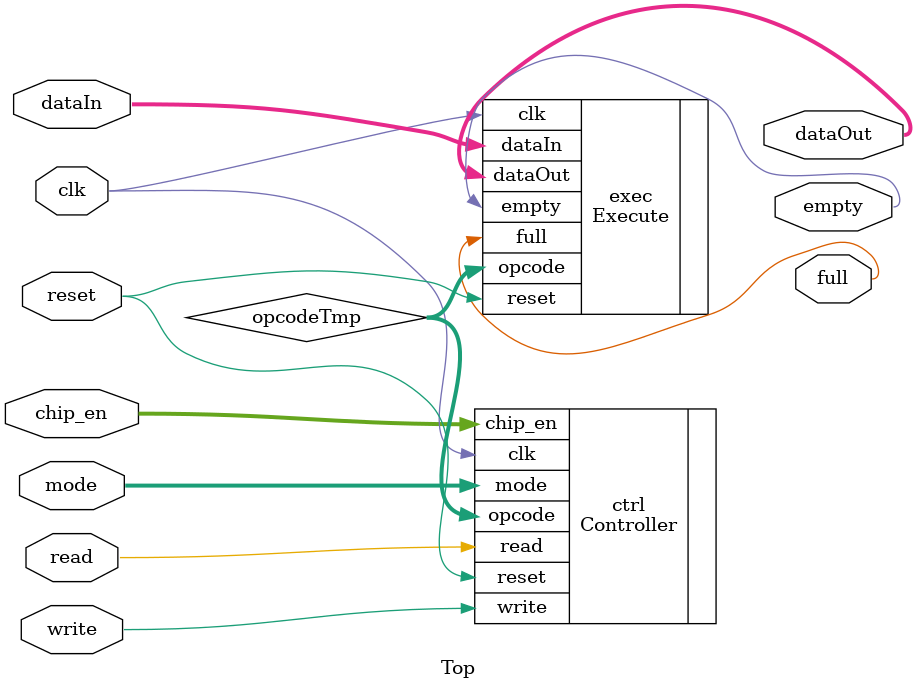
<source format=sv>

`include "Controller.sv"
`include "Execute.sv"

module Top #(parameter SIZE = 8, parameter WIDTH = 8, parameter DinLENGTH = 8)(
  input clk,
  input reset,
  input read, 
  input write,
  input [1:0] chip_en,
  input [1:0] mode,
  input [SIZE - 1:0] dataIn,
  output [SIZE - 1:0] dataOut,
  output empty,
  output full
);
  
  wire [3:0] opcodeTmp;
  
  Controller ctrl(
    .clk(clk),
    .reset(reset),
    .read(read),
    .write(write),
    .chip_en(chip_en),
    .mode(mode),
    .opcode(opcodeTmp)
  );
  
  Execute #(
    .SIZE(SIZE),
    .WIDTH(WIDTH),
    .DinLENGTH(DinLENGTH)
   ) exec (
    .clk(clk),
    .reset(reset),
    .opcode(opcodeTmp),
    .dataIn(dataIn),
    .dataOut(dataOut),
    .empty(empty),
    .full(full)
  );
  
endmodule
</source>
